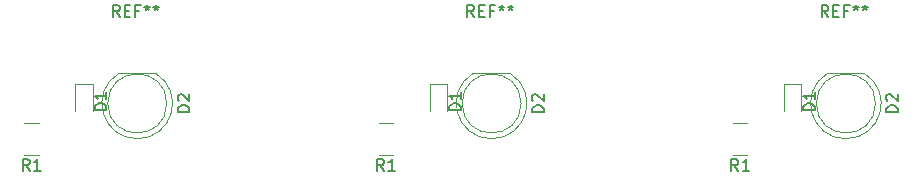
<source format=gbr>
G04 #@! TF.GenerationSoftware,KiCad,Pcbnew,(5.1.2)-1*
G04 #@! TF.CreationDate,2019-11-28T20:43:11+01:00*
G04 #@! TF.ProjectId,usbled,7573626c-6564-42e6-9b69-6361645f7063,rev?*
G04 #@! TF.SameCoordinates,PX60c62b8PY5e94a58*
G04 #@! TF.FileFunction,Legend,Top*
G04 #@! TF.FilePolarity,Positive*
%FSLAX46Y46*%
G04 Gerber Fmt 4.6, Leading zero omitted, Abs format (unit mm)*
G04 Created by KiCad (PCBNEW (5.1.2)-1) date 2019-11-28 20:43:11*
%MOMM*%
%LPD*%
G04 APERTURE LIST*
%ADD10C,0.120000*%
%ADD11C,0.150000*%
G04 APERTURE END LIST*
D10*
X74502064Y1290000D02*
X73297936Y1290000D01*
X74502064Y4010000D02*
X73297936Y4010000D01*
X44502064Y1290000D02*
X43297936Y1290000D01*
X44502064Y4010000D02*
X43297936Y4010000D01*
X79085000Y5000000D02*
X79085000Y7285000D01*
X79085000Y7285000D02*
X77615000Y7285000D01*
X77615000Y7285000D02*
X77615000Y5000000D01*
X49085000Y5000000D02*
X49085000Y7285000D01*
X49085000Y7285000D02*
X47615000Y7285000D01*
X47615000Y7285000D02*
X47615000Y5000000D01*
X82849538Y2640000D02*
G75*
G03X84394830Y8190000I462J2990000D01*
G01*
X82850462Y2640000D02*
G75*
G02X81305170Y8190000I-462J2990000D01*
G01*
X85350000Y5630000D02*
G75*
G03X85350000Y5630000I-2500000J0D01*
G01*
X84395000Y8190000D02*
X81305000Y8190000D01*
X52849538Y2640000D02*
G75*
G03X54394830Y8190000I462J2990000D01*
G01*
X52850462Y2640000D02*
G75*
G02X51305170Y8190000I-462J2990000D01*
G01*
X55350000Y5630000D02*
G75*
G03X55350000Y5630000I-2500000J0D01*
G01*
X54395000Y8190000D02*
X51305000Y8190000D01*
X17615000Y7285000D02*
X17615000Y5000000D01*
X19085000Y7285000D02*
X17615000Y7285000D01*
X19085000Y5000000D02*
X19085000Y7285000D01*
X24395000Y8190000D02*
X21305000Y8190000D01*
X25350000Y5630000D02*
G75*
G03X25350000Y5630000I-2500000J0D01*
G01*
X22850462Y2640000D02*
G75*
G02X21305170Y8190000I-462J2990000D01*
G01*
X22849538Y2640000D02*
G75*
G03X24394830Y8190000I462J2990000D01*
G01*
X14502064Y4010000D02*
X13297936Y4010000D01*
X14502064Y1290000D02*
X13297936Y1290000D01*
D11*
X73733333Y-82380D02*
X73400000Y393810D01*
X73161904Y-82380D02*
X73161904Y917620D01*
X73542857Y917620D01*
X73638095Y870000D01*
X73685714Y822381D01*
X73733333Y727143D01*
X73733333Y584286D01*
X73685714Y489048D01*
X73638095Y441429D01*
X73542857Y393810D01*
X73161904Y393810D01*
X74685714Y-82380D02*
X74114285Y-82380D01*
X74400000Y-82380D02*
X74400000Y917620D01*
X74304761Y774762D01*
X74209523Y679524D01*
X74114285Y631905D01*
X43733333Y-82380D02*
X43400000Y393810D01*
X43161904Y-82380D02*
X43161904Y917620D01*
X43542857Y917620D01*
X43638095Y870000D01*
X43685714Y822381D01*
X43733333Y727143D01*
X43733333Y584286D01*
X43685714Y489048D01*
X43638095Y441429D01*
X43542857Y393810D01*
X43161904Y393810D01*
X44685714Y-82380D02*
X44114285Y-82380D01*
X44400000Y-82380D02*
X44400000Y917620D01*
X44304761Y774762D01*
X44209523Y679524D01*
X44114285Y631905D01*
X81366666Y12947620D02*
X81033333Y13423810D01*
X80795238Y12947620D02*
X80795238Y13947620D01*
X81176190Y13947620D01*
X81271428Y13900000D01*
X81319047Y13852381D01*
X81366666Y13757143D01*
X81366666Y13614286D01*
X81319047Y13519048D01*
X81271428Y13471429D01*
X81176190Y13423810D01*
X80795238Y13423810D01*
X81795238Y13471429D02*
X82128571Y13471429D01*
X82271428Y12947620D02*
X81795238Y12947620D01*
X81795238Y13947620D01*
X82271428Y13947620D01*
X83033333Y13471429D02*
X82700000Y13471429D01*
X82700000Y12947620D02*
X82700000Y13947620D01*
X83176190Y13947620D01*
X83700000Y13947620D02*
X83700000Y13709524D01*
X83461904Y13804762D02*
X83700000Y13709524D01*
X83938095Y13804762D01*
X83557142Y13519048D02*
X83700000Y13709524D01*
X83842857Y13519048D01*
X84461904Y13947620D02*
X84461904Y13709524D01*
X84223809Y13804762D02*
X84461904Y13709524D01*
X84700000Y13804762D01*
X84319047Y13519048D02*
X84461904Y13709524D01*
X84604761Y13519048D01*
X51366666Y12947620D02*
X51033333Y13423810D01*
X50795238Y12947620D02*
X50795238Y13947620D01*
X51176190Y13947620D01*
X51271428Y13900000D01*
X51319047Y13852381D01*
X51366666Y13757143D01*
X51366666Y13614286D01*
X51319047Y13519048D01*
X51271428Y13471429D01*
X51176190Y13423810D01*
X50795238Y13423810D01*
X51795238Y13471429D02*
X52128571Y13471429D01*
X52271428Y12947620D02*
X51795238Y12947620D01*
X51795238Y13947620D01*
X52271428Y13947620D01*
X53033333Y13471429D02*
X52700000Y13471429D01*
X52700000Y12947620D02*
X52700000Y13947620D01*
X53176190Y13947620D01*
X53700000Y13947620D02*
X53700000Y13709524D01*
X53461904Y13804762D02*
X53700000Y13709524D01*
X53938095Y13804762D01*
X53557142Y13519048D02*
X53700000Y13709524D01*
X53842857Y13519048D01*
X54461904Y13947620D02*
X54461904Y13709524D01*
X54223809Y13804762D02*
X54461904Y13709524D01*
X54700000Y13804762D01*
X54319047Y13519048D02*
X54461904Y13709524D01*
X54604761Y13519048D01*
X80232380Y5061905D02*
X79232380Y5061905D01*
X79232380Y5300000D01*
X79280000Y5442858D01*
X79375238Y5538096D01*
X79470476Y5585715D01*
X79660952Y5633334D01*
X79803809Y5633334D01*
X79994285Y5585715D01*
X80089523Y5538096D01*
X80184761Y5442858D01*
X80232380Y5300000D01*
X80232380Y5061905D01*
X80232380Y6585715D02*
X80232380Y6014286D01*
X80232380Y6300000D02*
X79232380Y6300000D01*
X79375238Y6204762D01*
X79470476Y6109524D01*
X79518095Y6014286D01*
X50232380Y5061905D02*
X49232380Y5061905D01*
X49232380Y5300000D01*
X49280000Y5442858D01*
X49375238Y5538096D01*
X49470476Y5585715D01*
X49660952Y5633334D01*
X49803809Y5633334D01*
X49994285Y5585715D01*
X50089523Y5538096D01*
X50184761Y5442858D01*
X50232380Y5300000D01*
X50232380Y5061905D01*
X50232380Y6585715D02*
X50232380Y6014286D01*
X50232380Y6300000D02*
X49232380Y6300000D01*
X49375238Y6204762D01*
X49470476Y6109524D01*
X49518095Y6014286D01*
X87262380Y4891905D02*
X86262380Y4891905D01*
X86262380Y5130000D01*
X86310000Y5272858D01*
X86405238Y5368096D01*
X86500476Y5415715D01*
X86690952Y5463334D01*
X86833809Y5463334D01*
X87024285Y5415715D01*
X87119523Y5368096D01*
X87214761Y5272858D01*
X87262380Y5130000D01*
X87262380Y4891905D01*
X86357619Y5844286D02*
X86310000Y5891905D01*
X86262380Y5987143D01*
X86262380Y6225239D01*
X86310000Y6320477D01*
X86357619Y6368096D01*
X86452857Y6415715D01*
X86548095Y6415715D01*
X86690952Y6368096D01*
X87262380Y5796667D01*
X87262380Y6415715D01*
X57262380Y4891905D02*
X56262380Y4891905D01*
X56262380Y5130000D01*
X56310000Y5272858D01*
X56405238Y5368096D01*
X56500476Y5415715D01*
X56690952Y5463334D01*
X56833809Y5463334D01*
X57024285Y5415715D01*
X57119523Y5368096D01*
X57214761Y5272858D01*
X57262380Y5130000D01*
X57262380Y4891905D01*
X56357619Y5844286D02*
X56310000Y5891905D01*
X56262380Y5987143D01*
X56262380Y6225239D01*
X56310000Y6320477D01*
X56357619Y6368096D01*
X56452857Y6415715D01*
X56548095Y6415715D01*
X56690952Y6368096D01*
X57262380Y5796667D01*
X57262380Y6415715D01*
X20232380Y5061905D02*
X19232380Y5061905D01*
X19232380Y5300000D01*
X19280000Y5442858D01*
X19375238Y5538096D01*
X19470476Y5585715D01*
X19660952Y5633334D01*
X19803809Y5633334D01*
X19994285Y5585715D01*
X20089523Y5538096D01*
X20184761Y5442858D01*
X20232380Y5300000D01*
X20232380Y5061905D01*
X20232380Y6585715D02*
X20232380Y6014286D01*
X20232380Y6300000D02*
X19232380Y6300000D01*
X19375238Y6204762D01*
X19470476Y6109524D01*
X19518095Y6014286D01*
X27262380Y4891905D02*
X26262380Y4891905D01*
X26262380Y5130000D01*
X26310000Y5272858D01*
X26405238Y5368096D01*
X26500476Y5415715D01*
X26690952Y5463334D01*
X26833809Y5463334D01*
X27024285Y5415715D01*
X27119523Y5368096D01*
X27214761Y5272858D01*
X27262380Y5130000D01*
X27262380Y4891905D01*
X26357619Y5844286D02*
X26310000Y5891905D01*
X26262380Y5987143D01*
X26262380Y6225239D01*
X26310000Y6320477D01*
X26357619Y6368096D01*
X26452857Y6415715D01*
X26548095Y6415715D01*
X26690952Y6368096D01*
X27262380Y5796667D01*
X27262380Y6415715D01*
X13733333Y-82380D02*
X13400000Y393810D01*
X13161904Y-82380D02*
X13161904Y917620D01*
X13542857Y917620D01*
X13638095Y870000D01*
X13685714Y822381D01*
X13733333Y727143D01*
X13733333Y584286D01*
X13685714Y489048D01*
X13638095Y441429D01*
X13542857Y393810D01*
X13161904Y393810D01*
X14685714Y-82380D02*
X14114285Y-82380D01*
X14400000Y-82380D02*
X14400000Y917620D01*
X14304761Y774762D01*
X14209523Y679524D01*
X14114285Y631905D01*
X21366666Y12947620D02*
X21033333Y13423810D01*
X20795238Y12947620D02*
X20795238Y13947620D01*
X21176190Y13947620D01*
X21271428Y13900000D01*
X21319047Y13852381D01*
X21366666Y13757143D01*
X21366666Y13614286D01*
X21319047Y13519048D01*
X21271428Y13471429D01*
X21176190Y13423810D01*
X20795238Y13423810D01*
X21795238Y13471429D02*
X22128571Y13471429D01*
X22271428Y12947620D02*
X21795238Y12947620D01*
X21795238Y13947620D01*
X22271428Y13947620D01*
X23033333Y13471429D02*
X22700000Y13471429D01*
X22700000Y12947620D02*
X22700000Y13947620D01*
X23176190Y13947620D01*
X23700000Y13947620D02*
X23700000Y13709524D01*
X23461904Y13804762D02*
X23700000Y13709524D01*
X23938095Y13804762D01*
X23557142Y13519048D02*
X23700000Y13709524D01*
X23842857Y13519048D01*
X24461904Y13947620D02*
X24461904Y13709524D01*
X24223809Y13804762D02*
X24461904Y13709524D01*
X24700000Y13804762D01*
X24319047Y13519048D02*
X24461904Y13709524D01*
X24604761Y13519048D01*
M02*

</source>
